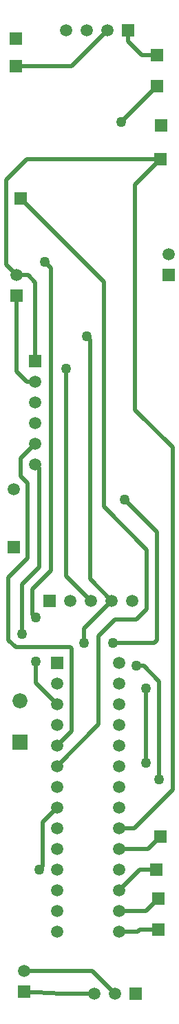
<source format=gbr>
G04 Layer_Physical_Order=2*
G04 Layer_Color=16711680*
%FSLAX24Y24*%
%MOIN*%
%TF.FileFunction,Copper,L2,Bot,Signal*%
%TF.Part,Single*%
G01*
G75*
%TA.AperFunction,Conductor*%
%ADD16C,0.0197*%
%TA.AperFunction,ComponentPad*%
%ADD17C,0.0591*%
%ADD18R,0.0591X0.0591*%
%ADD19R,0.0591X0.0591*%
%ADD20C,0.0728*%
%ADD21R,0.0728X0.0728*%
%TA.AperFunction,ViaPad*%
%ADD22C,0.0500*%
D16*
X56650Y74850D02*
X60663Y70837D01*
Y59947D02*
Y70837D01*
Y59947D02*
X62750Y57860D01*
Y55000D02*
Y57860D01*
X62250Y54500D02*
X62750Y55000D01*
X61220Y54500D02*
X62250D01*
X60422Y53702D02*
X61220Y54500D01*
X60422Y49422D02*
Y53702D01*
X58400Y47400D02*
X60422Y49422D01*
X57800Y71800D02*
X58100Y71500D01*
Y56860D02*
Y71500D01*
X57210Y55970D02*
X58100Y56860D01*
X57210Y54740D02*
Y55970D01*
Y54740D02*
X57370Y54580D01*
Y51430D02*
Y52460D01*
Y51430D02*
X58400Y50400D01*
X56710Y53800D02*
Y56180D01*
X57540Y57010D01*
Y61810D01*
X57350Y62000D02*
X57540Y61810D01*
X58400Y48400D02*
X59100Y49100D01*
Y53100D01*
X59050Y53150D02*
X59100Y53100D01*
X56410Y53150D02*
X59050D01*
X56060Y53500D02*
X56410Y53150D01*
X56060Y53500D02*
Y56530D01*
X56994Y57464D01*
Y61085D01*
X56650Y61429D02*
X56994Y61085D01*
X56650Y61429D02*
Y62300D01*
X57350Y63000D01*
X58850Y56600D02*
X60050Y55400D01*
X58850Y56600D02*
Y66640D01*
X60006Y56444D02*
X61050Y55400D01*
X60006Y56444D02*
Y68024D01*
X59850Y68180D02*
X60006Y68024D01*
X62700Y47560D02*
Y51160D01*
X61500Y78550D02*
X63250Y80300D01*
X62400Y42400D02*
X63200D01*
X61400Y41400D02*
X62400Y42400D01*
X58600Y36400D02*
X60200D01*
X56800Y36500D02*
X58600Y36400D01*
X61679Y60290D02*
X63250Y58719D01*
Y53504D02*
Y58719D01*
X63096Y53350D02*
X63250Y53504D01*
X61120Y53350D02*
X63096D01*
X61400Y43400D02*
X62800D01*
X63400Y44000D01*
X63348Y46750D02*
Y51500D01*
X62598Y52250D02*
X63348Y51500D01*
X62240Y52250D02*
X62598D01*
X62190Y75540D02*
X63400Y76750D01*
X62190Y64620D02*
Y75540D01*
Y64620D02*
X63997Y62813D01*
Y46250D02*
Y62813D01*
X62147Y44400D02*
X63997Y46250D01*
X61400Y44400D02*
X62147D01*
X61400Y40400D02*
X62700D01*
X63300Y41000D01*
X59710Y53360D02*
Y54060D01*
X61050Y55400D01*
X57350Y67000D02*
Y70800D01*
X57000Y71150D02*
X57350Y70800D01*
X56450Y71150D02*
X57000D01*
X55950Y71650D02*
X56450Y71150D01*
X55950Y71650D02*
Y75760D01*
X56940Y76750D01*
X63400D01*
X56450Y66500D02*
Y70150D01*
Y66500D02*
X56950Y66000D01*
X57350D01*
X57550Y42400D02*
X57700Y42550D01*
Y44700D01*
X58400Y45400D01*
X62500Y81800D02*
X63250D01*
X61850Y82450D02*
X62500Y81800D01*
X61850Y82450D02*
Y83000D01*
X56400Y81250D02*
X59100D01*
X60850Y83000D01*
X60100Y37500D02*
X61200Y36400D01*
X56800Y37500D02*
X60100D01*
X62400Y39500D02*
X63300D01*
X62300Y39400D02*
X62400Y39500D01*
X61400Y39400D02*
X62300D01*
D17*
X56800Y37500D02*
D03*
X57350Y62000D02*
D03*
Y63000D02*
D03*
Y64000D02*
D03*
Y65000D02*
D03*
Y66000D02*
D03*
X61400Y39400D02*
D03*
Y40400D02*
D03*
Y41400D02*
D03*
Y42400D02*
D03*
Y43400D02*
D03*
Y44400D02*
D03*
Y45400D02*
D03*
Y46400D02*
D03*
Y47400D02*
D03*
Y48400D02*
D03*
Y49400D02*
D03*
Y50400D02*
D03*
Y51400D02*
D03*
Y52400D02*
D03*
X58400Y39400D02*
D03*
Y40400D02*
D03*
Y41400D02*
D03*
Y42400D02*
D03*
Y43400D02*
D03*
Y44400D02*
D03*
Y45400D02*
D03*
Y46400D02*
D03*
Y47400D02*
D03*
Y48400D02*
D03*
Y49400D02*
D03*
Y50400D02*
D03*
Y51400D02*
D03*
X59050Y55400D02*
D03*
X60050D02*
D03*
X61050D02*
D03*
X62050D02*
D03*
X56300Y60798D02*
D03*
X56450Y71150D02*
D03*
X63800Y72150D02*
D03*
X60850Y83000D02*
D03*
X59850D02*
D03*
X58850D02*
D03*
X60200Y36400D02*
D03*
X61200D02*
D03*
D18*
X56800Y36500D02*
D03*
X57350Y67000D02*
D03*
X63400Y44000D02*
D03*
X63200Y42400D02*
D03*
X63300Y41000D02*
D03*
Y39500D02*
D03*
X63250Y80300D02*
D03*
X56400Y81250D02*
D03*
X63250Y81800D02*
D03*
X56300Y58002D02*
D03*
X63450Y78400D02*
D03*
X63400Y76750D02*
D03*
X56450Y70150D02*
D03*
X63800Y71150D02*
D03*
X56400Y82600D02*
D03*
D19*
X58400Y52400D02*
D03*
X58050Y55400D02*
D03*
X56650Y74850D02*
D03*
X61850Y83000D02*
D03*
X62200Y36400D02*
D03*
D20*
X56600Y50550D02*
D03*
D21*
Y48550D02*
D03*
D22*
X57800Y71800D02*
D03*
X57370Y54580D02*
D03*
Y52460D02*
D03*
X56710Y53800D02*
D03*
X58850Y66640D02*
D03*
X59850Y68180D02*
D03*
X62700Y51160D02*
D03*
Y47560D02*
D03*
X61500Y78550D02*
D03*
X61679Y60290D02*
D03*
X61120Y53350D02*
D03*
X63348Y46750D02*
D03*
X62240Y52250D02*
D03*
X59710Y53360D02*
D03*
X57550Y42400D02*
D03*
%TF.MD5,1E5C6F6EAC823F30615E7B818F3A7BB1*%
M02*

</source>
